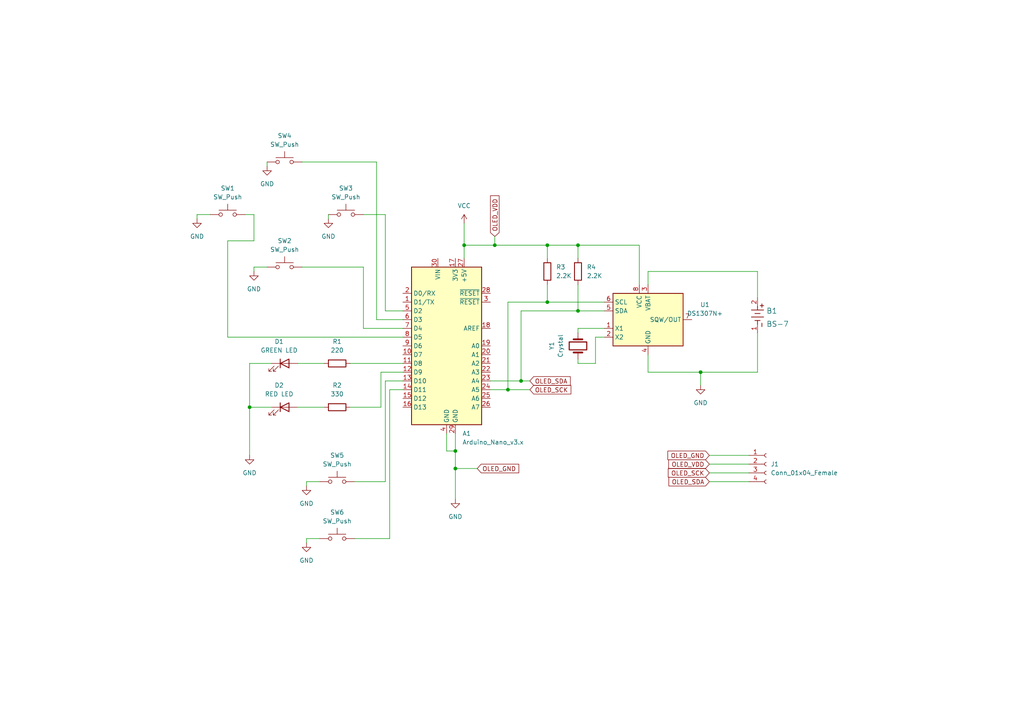
<source format=kicad_sch>
(kicad_sch (version 20211123) (generator eeschema)
  (paper "A4")
  (title_block (title "Crypto Wallet") (date "2023-09-23") (rev "0.2") (comment 4 "Author: boot_force"))
  (lib_symbols
    (symbol "Connector:Conn_01x04_Female" (pin_names (offset 1.016) hide)
      (property "Reference" "J" (at 0 5.08 0))
      (property "Value" "Conn_01x04_Female" (at 0 -7.62 0))
      (symbol "Conn_01x04_Female_1_1"
        (arc (start 0 -4.572) (mid -0.508 -5.08) (end 0 -5.588) (stroke (width 0.1524)))
        (arc (start 0 -2.032) (mid -0.508 -2.54) (end 0 -3.048) (stroke (width 0.1524)))
        (polyline (pts (xy -1.27 -5.08) (xy -0.508 -5.08)) (stroke (width 0.1524)))
        (polyline (pts (xy -1.27 -2.54) (xy -0.508 -2.54)) (stroke (width 0.1524)))
        (polyline (pts (xy -1.27 0) (xy -0.508 0)) (stroke (width 0.1524)))
        (polyline (pts (xy -1.27 2.54) (xy -0.508 2.54)) (stroke (width 0.1524)))
        (arc (start 0 0.508) (mid -0.508 0) (end 0 -0.508) (stroke (width 0.1524)))
        (arc (start 0 3.048) (mid -0.508 2.54) (end 0 2.032) (stroke (width 0.1524)))
        (pin passive line (at -5.08 2.54 0) (length 3.81) (name "Pin_1") (number "1"))
        (pin passive line (at -5.08 0 0) (length 3.81) (name "Pin_2") (number "2"))
        (pin passive line (at -5.08 -2.54 0) (length 3.81) (name "Pin_3") (number "3"))
        (pin passive line (at -5.08 -5.08 0) (length 3.81) (name "Pin_4") (number "4"))
      )
    )
    (symbol "Device:Crystal" (pin_numbers hide) (pin_names (offset 1.016) hide)
      (property "Reference" "Y" (at 0 3.81 0))
      (property "Value" "Crystal" (at 0 -3.81 0))
      (symbol "Crystal_0_1"
        (rectangle (start -1.143 2.54) (end 1.143 -2.54) (stroke (width 0.3048)))
        (polyline (pts (xy -2.54 0) (xy -1.905 0)))
        (polyline (pts (xy -1.905 -1.27) (xy -1.905 1.27)) (stroke (width 0.508)))
        (polyline (pts (xy 1.905 -1.27) (xy 1.905 1.27)) (stroke (width 0.508)))
        (polyline (pts (xy 2.54 0) (xy 1.905 0)))
      )
      (symbol "Crystal_1_1"
        (pin passive line (at -3.81 0 0) (length 1.27) (name "1") (number "1"))
        (pin passive line (at 3.81 0 180) (length 1.27) (name "2") (number "2"))
      )
    )
    (symbol "Device:LED" (pin_numbers hide) (pin_names (offset 1.016) hide)
      (property "Reference" "D" (at 0 2.54 0))
      (property "Value" "LED" (at 0 -2.54 0))
      (symbol "LED_0_1"
        (polyline (pts (xy -1.27 -1.27) (xy -1.27 1.27)) (stroke (width 0.254)))
        (polyline (pts (xy -1.27 0) (xy 1.27 0)))
        (polyline (pts (xy 1.27 -1.27) (xy 1.27 1.27) (xy -1.27 0) (xy 1.27 -1.27)) (stroke (width 0.254)))
        (polyline (pts (xy -3.048 -0.762) (xy -4.572 -2.286) (xy -3.81 -2.286) (xy -4.572 -2.286) (xy -4.572 -1.524)))
        (polyline (pts (xy -1.778 -0.762) (xy -3.302 -2.286) (xy -2.54 -2.286) (xy -3.302 -2.286) (xy -3.302 -1.524)))
      )
      (symbol "LED_1_1"
        (pin passive line (at -3.81 0 0) (length 2.54) (name "K") (number "1"))
        (pin passive line (at 3.81 0 180) (length 2.54) (name "A") (number "2"))
      )
    )
    (symbol "Device:R" (pin_numbers hide) (pin_names (offset 0))
      (property "Reference" "R" (at 2.032 0 90))
      (property "Value" "R" (at 0 0 90))
      (symbol "R_0_1"
        (rectangle (start -1.016 -2.54) (end 1.016 2.54) (stroke (width 0.254)))
      )
      (symbol "R_1_1"
        (pin passive line (at 0 3.81 270) (length 1.27) (name "~") (number "1"))
        (pin passive line (at 0 -3.81 90) (length 1.27) (name "~") (number "2"))
      )
    )
    (symbol "MCU_Module:Arduino_Nano_v3.x"
      (property "Reference" "A" (at -10.16 23.495 0))
      (property "Value" "Arduino_Nano_v3.x" (at 5.08 -24.13 0))
      (symbol "Arduino_Nano_v3.x_0_1"
        (rectangle (start -10.16 22.86) (end 10.16 -22.86) (stroke (width 0.254)) (fill (type background)))
      )
      (symbol "Arduino_Nano_v3.x_1_1"
        (pin bidirectional line (at -12.7 12.7 0) (length 2.54) (name "D1/TX") (number "1"))
        (pin bidirectional line (at -12.7 -2.54 0) (length 2.54) (name "D7") (number "10"))
        (pin bidirectional line (at -12.7 -5.08 0) (length 2.54) (name "D8") (number "11"))
        (pin bidirectional line (at -12.7 -7.62 0) (length 2.54) (name "D9") (number "12"))
        (pin bidirectional line (at -12.7 -10.16 0) (length 2.54) (name "D10") (number "13"))
        (pin bidirectional line (at -12.7 -12.7 0) (length 2.54) (name "D11") (number "14"))
        (pin bidirectional line (at -12.7 -15.24 0) (length 2.54) (name "D12") (number "15"))
        (pin bidirectional line (at -12.7 -17.78 0) (length 2.54) (name "D13") (number "16"))
        (pin power_out line (at 2.54 25.4 270) (length 2.54) (name "3V3") (number "17"))
        (pin input line (at 12.7 5.08 180) (length 2.54) (name "AREF") (number "18"))
        (pin bidirectional line (at 12.7 0 180) (length 2.54) (name "A0") (number "19"))
        (pin bidirectional line (at -12.7 15.24 0) (length 2.54) (name "D0/RX") (number "2"))
        (pin bidirectional line (at 12.7 -2.54 180) (length 2.54) (name "A1") (number "20"))
        (pin bidirectional line (at 12.7 -5.08 180) (length 2.54) (name "A2") (number "21"))
        (pin bidirectional line (at 12.7 -7.62 180) (length 2.54) (name "A3") (number "22"))
        (pin bidirectional line (at 12.7 -10.16 180) (length 2.54) (name "A4") (number "23"))
        (pin bidirectional line (at 12.7 -12.7 180) (length 2.54) (name "A5") (number "24"))
        (pin bidirectional line (at 12.7 -15.24 180) (length 2.54) (name "A6") (number "25"))
        (pin bidirectional line (at 12.7 -17.78 180) (length 2.54) (name "A7") (number "26"))
        (pin power_out line (at 5.08 25.4 270) (length 2.54) (name "+5V") (number "27"))
        (pin input line (at 12.7 15.24 180) (length 2.54) (name "~{RESET}") (number "28"))
        (pin power_in line (at 2.54 -25.4 90) (length 2.54) (name "GND") (number "29"))
        (pin input line (at 12.7 12.7 180) (length 2.54) (name "~{RESET}") (number "3"))
        (pin power_in line (at -2.54 25.4 270) (length 2.54) (name "VIN") (number "30"))
        (pin power_in line (at 0 -25.4 90) (length 2.54) (name "GND") (number "4"))
        (pin bidirectional line (at -12.7 10.16 0) (length 2.54) (name "D2") (number "5"))
        (pin bidirectional line (at -12.7 7.62 0) (length 2.54) (name "D3") (number "6"))
        (pin bidirectional line (at -12.7 5.08 0) (length 2.54) (name "D4") (number "7"))
        (pin bidirectional line (at -12.7 2.54 0) (length 2.54) (name "D5") (number "8"))
        (pin bidirectional line (at -12.7 0 0) (length 2.54) (name "D6") (number "9"))
      )
    )
    (symbol "Switch:SW_Push" (pin_numbers hide) (pin_names (offset 1.016) hide)
      (property "Reference" "SW" (at 1.27 2.54 0))
      (property "Value" "SW_Push" (at 0 -1.524 0))
      (symbol "SW_Push_0_1"
        (circle (center -2.032 0) (radius 0.508))
        (polyline (pts (xy 0 1.27) (xy 0 3.048)))
        (polyline (pts (xy 2.54 1.27) (xy -2.54 1.27)))
        (circle (center 2.032 0) (radius 0.508))
        (pin passive line (at -5.08 0 0) (length 2.54) (name "1") (number "1"))
        (pin passive line (at 5.08 0 180) (length 2.54) (name "2") (number "2"))
      )
    )
    (symbol "Timer_RTC:DS1307N+"
      (property "Reference" "U" (at -8.89 8.89 0))
      (property "Value" "DS1307N+" (at 1.27 8.89 0))
      (symbol "DS1307N+_0_1"
        (rectangle (start -10.16 7.62) (end 10.16 -7.62) (stroke (width 0.254)) (fill (type background)))
      )
      (symbol "DS1307N+_1_1"
        (pin input line (at -12.7 -2.54 0) (length 2.54) (name "X1") (number "1"))
        (pin input line (at -12.7 -5.08 0) (length 2.54) (name "X2") (number "2"))
        (pin power_in line (at 0 10.16 270) (length 2.54) (name "VBAT") (number "3"))
        (pin power_in line (at 0 -10.16 90) (length 2.54) (name "GND") (number "4"))
        (pin bidirectional line (at -12.7 2.54 0) (length 2.54) (name "SDA") (number "5"))
        (pin input line (at -12.7 5.08 0) (length 2.54) (name "SCL") (number "6"))
        (pin open_collector line (at 12.7 0 180) (length 2.54) (name "SQW/OUT") (number "7"))
        (pin power_in line (at -2.54 10.16 270) (length 2.54) (name "VCC") (number "8"))
      )
    )
    (symbol "custombattery:BS-7" (pin_names (offset 0.254))
      (property "Reference" "B" (at 4.826 3.81 0))
      (property "Value" "BS-7" (at 4.826 -3.81 0))
      (symbol "BS-7_0_1"
        (polyline (pts (xy 1.778 1.27) (xy 2.794 1.27)) (stroke (width 0.2032)))
        (polyline (pts (xy 2.286 0.762) (xy 2.286 1.778)) (stroke (width 0.2032)))
        (polyline (pts (xy 2.54 0) (xy 3.4798 0)) (stroke (width 0.2032)))
        (polyline (pts (xy 3.556 -1.778) (xy 3.556 1.778)) (stroke (width 0.2032)))
        (polyline (pts (xy 4.572 0.762) (xy 4.572 -0.762)) (stroke (width 0.2032)))
        (polyline (pts (xy 5.588 -1.778) (xy 5.588 1.778)) (stroke (width 0.2032)))
        (polyline (pts (xy 6.604 0) (xy 7.62 0)) (stroke (width 0.2032)))
        (polyline (pts (xy 6.604 0.762) (xy 6.604 -0.762)) (stroke (width 0.2032)))
        (polyline (pts (xy 7.366 1.27) (xy 8.382 1.27)) (stroke (width 0.2032)))
        (pin unspecified line (at 10.16 0 180) (length 2.54) (name "") (number "1"))
        (pin unspecified line (at 0 0 0) (length 2.54) (name "") (number "2"))
      )
    )
    (symbol "power:GND" (power) (pin_names (offset 0))
      (property "Value" "GND" (at 0 -3.81 0))
      (symbol "GND_0_1"
        (polyline (pts (xy 0 0) (xy 0 -1.27) (xy 1.27 -1.27) (xy 0 -2.54) (xy -1.27 -1.27) (xy 0 -1.27)))
      )
      (symbol "GND_1_1"
        (pin power_in line (at 0 0 270) (length 0) hide (name "GND") (number "1"))
      )
    )
    (symbol "power:VCC" (power) (pin_names (offset 0))
      (property "Value" "VCC" (at 0 3.81 0))
      (symbol "VCC_0_1"
        (polyline (pts (xy -0.762 1.27) (xy 0 2.54)))
        (polyline (pts (xy 0 0) (xy 0 2.54)))
        (polyline (pts (xy 0 2.54) (xy 0.762 1.27)))
      )
      (symbol "VCC_1_1"
        (pin power_in line (at 0 0 90) (length 0) hide (name "VCC") (number "1"))
      )
    )
  )
  (junction (at 167.64 71.12))
  (junction (at 134.62 71.12))
  (junction (at 147.32 113.03))
  (junction (at 151.13 110.49))
  (junction (at 72.39 118.11))
  (junction (at 158.75 87.63))
  (junction (at 203.2 107.95))
  (junction (at 132.08 130.81))
  (junction (at 167.64 90.17))
  (junction (at 143.51 71.12))
  (junction (at 158.75 71.12))
  (junction (at 132.08 135.89))
  (wire (pts (xy 116.84 110.49) (xy 111.76 110.49)))
  (wire (pts (xy 158.75 82.55) (xy 158.75 87.63)))
  (wire (pts (xy 219.71 107.95) (xy 203.2 107.95)))
  (wire (pts (xy 142.24 113.03) (xy 147.32 113.03)))
  (wire (pts (xy 151.13 110.49) (xy 153.67 110.49)))
  (wire (pts (xy 147.32 113.03) (xy 153.67 113.03)))
  (wire (pts (xy 134.62 71.12) (xy 134.62 74.93)))
  (wire (pts (xy 167.64 105.41) (xy 172.72 105.41)))
  (wire (pts (xy 129.54 125.73) (xy 129.54 130.81)))
  (wire (pts (xy 132.08 125.73) (xy 132.08 130.81)))
  (wire (pts (xy 105.41 77.47) (xy 105.41 95.25)))
  (wire (pts (xy 87.63 46.99) (xy 109.22 46.99)))
  (wire (pts (xy 187.96 78.74) (xy 219.71 78.74)))
  (wire (pts (xy 88.9 156.21) (xy 88.9 157.48)))
  (wire (pts (xy 132.08 135.89) (xy 138.43 135.89)))
  (wire (pts (xy 72.39 105.41) (xy 72.39 118.11)))
  (wire (pts (xy 102.87 156.21) (xy 113.03 156.21)))
  (wire (pts (xy 158.75 71.12) (xy 158.75 74.93)))
  (wire (pts (xy 172.72 105.41) (xy 172.72 97.79)))
  (wire (pts (xy 77.47 77.47) (xy 73.66 77.47)))
  (wire (pts (xy 185.42 71.12) (xy 167.64 71.12)))
  (wire (pts (xy 172.72 97.79) (xy 175.26 97.79)))
  (wire (pts (xy 129.54 130.81) (xy 132.08 130.81)))
  (wire (pts (xy 187.96 82.55) (xy 187.96 78.74)))
  (wire (pts (xy 167.64 95.25) (xy 167.64 96.52)))
  (wire (pts (xy 158.75 71.12) (xy 143.51 71.12)))
  (wire (pts (xy 110.49 107.95) (xy 110.49 118.11)))
  (wire (pts (xy 132.08 135.89) (xy 132.08 144.78)))
  (wire (pts (xy 111.76 90.17) (xy 116.84 90.17)))
  (wire (pts (xy 111.76 110.49) (xy 111.76 139.7)))
  (wire (pts (xy 205.74 134.62) (xy 217.17 134.62)))
  (wire (pts (xy 92.71 156.21) (xy 88.9 156.21)))
  (wire (pts (xy 88.9 139.7) (xy 88.9 140.97)))
  (wire (pts (xy 86.36 105.41) (xy 93.98 105.41)))
  (wire (pts (xy 185.42 82.55) (xy 185.42 71.12)))
  (wire (pts (xy 205.74 139.7) (xy 217.17 139.7)))
  (wire (pts (xy 71.12 62.23) (xy 73.66 62.23)))
  (wire (pts (xy 142.24 110.49) (xy 151.13 110.49)))
  (wire (pts (xy 109.22 92.71) (xy 109.22 46.99)))
  (wire (pts (xy 147.32 87.63) (xy 147.32 113.03)))
  (wire (pts (xy 73.66 62.23) (xy 73.66 69.85)))
  (wire (pts (xy 73.66 77.47) (xy 73.66 78.74)))
  (wire (pts (xy 101.6 105.41) (xy 116.84 105.41)))
  (wire (pts (xy 78.74 118.11) (xy 72.39 118.11)))
  (wire (pts (xy 77.47 46.99) (xy 77.47 48.26)))
  (wire (pts (xy 134.62 71.12) (xy 143.51 71.12)))
  (wire (pts (xy 73.66 69.85) (xy 66.04 69.85)))
  (wire (pts (xy 116.84 113.03) (xy 113.03 113.03)))
  (wire (pts (xy 203.2 107.95) (xy 203.2 111.76)))
  (wire (pts (xy 167.64 82.55) (xy 167.64 90.17)))
  (wire (pts (xy 66.04 69.85) (xy 66.04 97.79)))
  (wire (pts (xy 134.62 64.77) (xy 134.62 71.12)))
  (wire (pts (xy 132.08 130.81) (xy 132.08 135.89)))
  (wire (pts (xy 105.41 62.23) (xy 111.76 62.23)))
  (wire (pts (xy 87.63 77.47) (xy 105.41 77.47)))
  (wire (pts (xy 167.64 71.12) (xy 167.64 74.93)))
  (wire (pts (xy 116.84 107.95) (xy 110.49 107.95)))
  (wire (pts (xy 72.39 118.11) (xy 72.39 132.08)))
  (wire (pts (xy 60.96 62.23) (xy 57.15 62.23)))
  (wire (pts (xy 167.64 90.17) (xy 175.26 90.17)))
  (wire (pts (xy 113.03 113.03) (xy 113.03 156.21)))
  (wire (pts (xy 105.41 95.25) (xy 116.84 95.25)))
  (wire (pts (xy 78.74 105.41) (xy 72.39 105.41)))
  (wire (pts (xy 57.15 62.23) (xy 57.15 63.5)))
  (wire (pts (xy 158.75 87.63) (xy 175.26 87.63)))
  (wire (pts (xy 187.96 102.87) (xy 187.96 107.95)))
  (wire (pts (xy 143.51 68.58) (xy 143.51 71.12)))
  (wire (pts (xy 167.64 71.12) (xy 158.75 71.12)))
  (wire (pts (xy 86.36 118.11) (xy 93.98 118.11)))
  (wire (pts (xy 205.74 137.16) (xy 217.17 137.16)))
  (wire (pts (xy 219.71 96.52) (xy 219.71 107.95)))
  (wire (pts (xy 151.13 90.17) (xy 151.13 110.49)))
  (wire (pts (xy 219.71 78.74) (xy 219.71 86.36)))
  (wire (pts (xy 111.76 139.7) (xy 102.87 139.7)))
  (wire (pts (xy 151.13 90.17) (xy 167.64 90.17)))
  (wire (pts (xy 187.96 107.95) (xy 203.2 107.95)))
  (wire (pts (xy 167.64 104.14) (xy 167.64 105.41)))
  (wire (pts (xy 101.6 118.11) (xy 110.49 118.11)))
  (wire (pts (xy 111.76 62.23) (xy 111.76 90.17)))
  (wire (pts (xy 66.04 97.79) (xy 116.84 97.79)))
  (wire (pts (xy 92.71 139.7) (xy 88.9 139.7)))
  (wire (pts (xy 95.25 62.23) (xy 95.25 63.5)))
  (wire (pts (xy 205.74 132.08) (xy 217.17 132.08)))
  (wire (pts (xy 109.22 92.71) (xy 116.84 92.71)))
  (wire (pts (xy 175.26 95.25) (xy 167.64 95.25)))
  (wire (pts (xy 147.32 87.63) (xy 158.75 87.63)))
  (global_label "OLED_GND" (shape input) (at 138.43 135.89 0) (property "Intersheet References" "${INTERSHEET_REFS}" (effects hide)))
  (global_label "OLED_SDA" (shape input) (at 205.74 139.7 180) (property "Intersheet References" "${INTERSHEET_REFS}" (effects hide)))
  (global_label "OLED_SDA" (shape input) (at 153.67 110.49 0) (property "Intersheet References" "${INTERSHEET_REFS}" (effects hide)))
  (global_label "OLED_VDD" (shape input) (at 143.51 68.58 90) (property "Intersheet References" "${INTERSHEET_REFS}" (effects hide)))
  (global_label "OLED_SCK" (shape input) (at 205.74 137.16 180) (property "Intersheet References" "${INTERSHEET_REFS}" (effects hide)))
  (global_label "OLED_SCK" (shape input) (at 153.67 113.03 0) (property "Intersheet References" "${INTERSHEET_REFS}" (effects hide)))
  (global_label "OLED_GND" (shape input) (at 205.74 132.08 180) (property "Intersheet References" "${INTERSHEET_REFS}" (effects hide)))
  (global_label "OLED_VDD" (shape input) (at 205.74 134.62 180) (property "Intersheet References" "${INTERSHEET_REFS}" (effects hide)))
  (symbol (lib_id "MCU_Module:Arduino_Nano_v3.x") (at 129.54 100.33 0) (unit 1)
    (property "Reference" "A1" (at 134.0994 125.73 0) (effects (justify left)))
    (property "Value" "Arduino_Nano_v3.x" (at 134.0994 128.27 0) (effects (justify left)))
    (property "Footprint" "Module:Arduino_Nano" (effects hide))
    (property "Datasheet" "http://www.mouser.com/pdfdocs/Gravitech_Arduino_Nano3_0.pdf" (effects hide))
  )
  (symbol (lib_id "Device:LED") (at 82.55 118.11 0) (unit 1)
    (property "Reference" "D2" (at 80.9625 111.76 0))
    (property "Value" "RED LED" (at 80.9625 114.3 0))
    (property "Footprint" "LED_THT:LED_D5.0mm" (effects hide))
  )
  (symbol (lib_id "power:GND") (at 57.15 63.5 0) (unit 1)
    (property "Reference" "#PWR01" (effects hide))
    (property "Value" "GND" (at 57.15 68.58 0))
  )
  (symbol (lib_id "power:GND") (at 203.2 111.76 0) (unit 1)
    (property "Reference" "#PWR08" (effects hide))
    (property "Value" "GND" (at 203.2 116.84 0))
  )
  (symbol (lib_id "power:GND") (at 132.08 144.78 0) (unit 1)
    (property "Reference" "#PWR07" (effects hide))
    (property "Value" "GND" (at 132.08 149.86 0))
  )
  (symbol (lib_id "Device:R") (at 167.64 78.74 0) (unit 1)
    (property "Reference" "R4" (at 170.18 77.4699 0) (effects (justify left)))
    (property "Value" "2.2K" (at 170.18 80.0099 0) (effects (justify left)))
    (property "Footprint" "Resistor_THT:R_Axial_DIN0309_L9.0mm_D3.2mm_P12.70mm_Horizontal" (effects hide))
  )
  (symbol (lib_id "Device:Crystal") (at 167.64 100.33 90) (unit 1)
    (property "Reference" "Y1" (at 160.02 100.33 0))
    (property "Value" "Crystal" (at 162.56 100.33 0))
    (property "Footprint" "Crystal:Crystal_C26-LF_D2.1mm_L6.5mm_Horizontal" (effects hide))
  )
  (symbol (lib_id "power:GND") (at 72.39 132.08 0) (unit 1)
    (property "Reference" "#PWR02" (effects hide))
    (property "Value" "GND" (at 72.39 137.16 0))
  )
  (symbol (lib_id "custombattery:BS-7") (at 219.71 86.36 270) (unit 1)
    (property "Reference" "B1" (at 222.25 90.17 90) (effects (font (size 1.524 1.524)) (justify left)))
    (property "Value" "BS-7" (at 222.25 93.98 90) (effects (font (size 1.524 1.524)) (justify left)))
    (property "Footprint" "bs7batt:BS-7_MPD" (effects hide))
    (property "Datasheet" "BS-7" (effects hide))
  )
  (symbol (lib_id "Timer_RTC:DS1307N+") (at 187.96 92.71 0) (unit 1)
    (property "Reference" "U1" (at 204.47 88.3793 0))
    (property "Value" "DS1307N+" (at 204.47 90.9193 0))
    (property "Footprint" "Package_DIP:DIP-8_W7.62mm" (effects hide))
    (property "Datasheet" "https://datasheets.maximintegrated.com/en/ds/DS1307.pdf" (effects hide))
  )
  (symbol (lib_id "power:GND") (at 88.9 157.48 0) (unit 1)
    (property "Reference" "#PWR010" (effects hide))
    (property "Value" "GND" (at 88.9 162.56 0))
  )
  (symbol (lib_id "power:GND") (at 73.66 78.74 0) (unit 1)
    (property "Reference" "#PWR03" (effects hide))
    (property "Value" "GND" (at 73.66 83.82 0))
  )
  (symbol (lib_id "Switch:SW_Push") (at 97.79 139.7 0) (unit 1)
    (property "Reference" "SW5" (at 97.79 132.08 0))
    (property "Value" "SW_Push" (at 97.79 134.62 0))
    (property "Footprint" "cust_sw:SW_TH_Tactile_Omron_B3F-10xx_stackedpninums" (effects hide))
  )
  (symbol (lib_id "Switch:SW_Push") (at 82.55 46.99 0) (unit 1)
    (property "Reference" "SW4" (at 82.55 39.37 0))
    (property "Value" "SW_Push" (at 82.55 41.91 0))
    (property "Footprint" "cust_sw:SW_TH_Tactile_Omron_B3F-10xx_stackedpninums" (effects hide))
  )
  (symbol (lib_id "Switch:SW_Push") (at 100.33 62.23 0) (unit 1)
    (property "Reference" "SW3" (at 100.33 54.61 0))
    (property "Value" "SW_Push" (at 100.33 57.15 0))
    (property "Footprint" "cust_sw:SW_TH_Tactile_Omron_B3F-10xx_stackedpninums" (effects hide))
  )
  (symbol (lib_id "power:VCC") (at 134.62 64.77 0) (unit 1)
    (property "Reference" "#PWR06" (effects hide))
    (property "Value" "VCC" (at 134.62 59.69 0))
  )
  (symbol (lib_id "Connector:Conn_01x04_Female") (at 222.25 134.62 0) (unit 1)
    (property "Reference" "J1" (at 223.52 134.6199 0) (effects (justify left)))
    (property "Value" "Conn_01x04_Female" (at 223.52 137.1599 0) (effects (justify left)))
    (property "Footprint" "Connector_PinSocket_2.54mm:PinSocket_1x04_P2.54mm_Vertical" (effects hide))
  )
  (symbol (lib_id "Device:LED") (at 82.55 105.41 0) (unit 1)
    (property "Reference" "D1" (at 80.9625 99.06 0))
    (property "Value" "GREEN LED" (at 80.9625 101.6 0))
    (property "Footprint" "LED_THT:LED_D5.0mm" (effects hide))
  )
  (symbol (lib_id "power:GND") (at 88.9 140.97 0) (unit 1)
    (property "Reference" "#PWR09" (effects hide))
    (property "Value" "GND" (at 88.9 146.05 0))
  )
  (symbol (lib_id "Switch:SW_Push") (at 97.79 156.21 0) (unit 1)
    (property "Reference" "SW6" (at 97.79 148.59 0))
    (property "Value" "SW_Push" (at 97.79 151.13 0))
    (property "Footprint" "cust_sw:SW_TH_Tactile_Omron_B3F-10xx_stackedpninums" (effects hide))
  )
  (symbol (lib_id "power:GND") (at 95.25 63.5 0) (unit 1)
    (property "Reference" "#PWR04" (effects hide))
    (property "Value" "GND" (at 95.25 68.58 0))
  )
  (symbol (lib_id "power:GND") (at 77.47 48.26 0) (unit 1)
    (property "Reference" "#PWR05" (effects hide))
    (property "Value" "GND" (at 77.47 53.34 0))
  )
  (symbol (lib_id "Device:R") (at 158.75 78.74 0) (unit 1)
    (property "Reference" "R3" (at 161.29 77.4699 0) (effects (justify left)))
    (property "Value" "2.2K" (at 161.29 80.0099 0) (effects (justify left)))
    (property "Footprint" "Resistor_THT:R_Axial_DIN0309_L9.0mm_D3.2mm_P12.70mm_Horizontal" (effects hide))
  )
  (symbol (lib_id "Switch:SW_Push") (at 82.55 77.47 0) (unit 1)
    (property "Reference" "SW2" (at 82.55 69.85 0))
    (property "Value" "SW_Push" (at 82.55 72.39 0))
    (property "Footprint" "cust_sw:SW_TH_Tactile_Omron_B3F-10xx_stackedpninums" (effects hide))
  )
  (symbol (lib_id "Device:R") (at 97.79 118.11 90) (unit 1)
    (property "Reference" "R2" (at 97.79 111.76 90))
    (property "Value" "330" (at 97.79 114.3 90))
    (property "Footprint" "Resistor_THT:R_Axial_DIN0309_L9.0mm_D3.2mm_P12.70mm_Horizontal" (effects hide))
  )
  (symbol (lib_id "Device:R") (at 97.79 105.41 90) (unit 1)
    (property "Reference" "R1" (at 97.79 99.06 90))
    (property "Value" "220" (at 97.79 101.6 90))
    (property "Footprint" "Resistor_THT:R_Axial_DIN0309_L9.0mm_D3.2mm_P12.70mm_Horizontal" (effects hide))
  )
  (symbol (lib_id "Switch:SW_Push") (at 66.04 62.23 0) (unit 1)
    (property "Reference" "SW1" (at 66.04 54.61 0))
    (property "Value" "SW_Push" (at 66.04 57.15 0))
    (property "Footprint" "cust_sw:SW_TH_Tactile_Omron_B3F-10xx_stackedpninums" (effects hide))
  )
)
</source>
